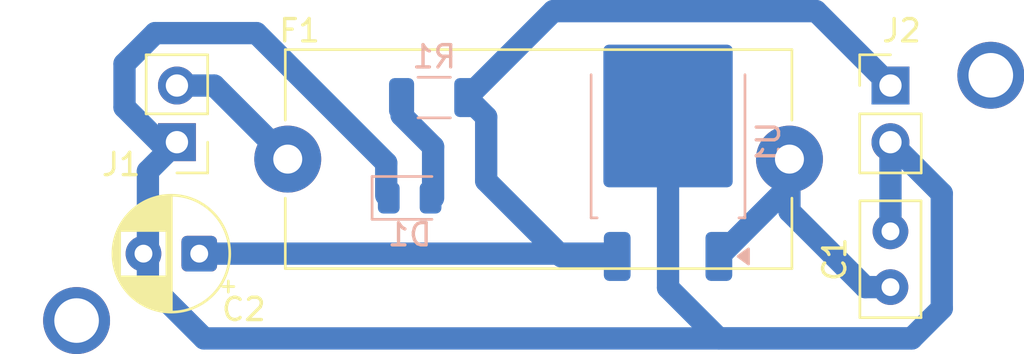
<source format=kicad_pcb>
(kicad_pcb (version 20241229) (generator "pcbnew") (generator_version "9.0")
  (layers (0 "F.Cu" signal) (2 "B.Cu" signal) (13 "F.Paste" user) (15 "B.Paste" user) (5 "F.SilkS" user "F.Silkscreen") (7 "B.SilkS" user "B.Silkscreen") (1 "F.Mask" user) (3 "B.Mask" user) (25 "Edge.Cuts" user))
  (net 0 "")
  (net 1 "Net-(U1-IN)")
  (net 2 "/GND")
  (net 3 "/OUT")
  (net 4 "Net-(D1-A)")
  (net 5 "/IN")
  (footprint "Capacitor_THT:C_Disc_D5.0mm_W2.5mm_P2.50mm" (layer "F.Cu") (at 166.5 89.5 90)
    (property "Reference" "C1" (at 1.25 -2.5 90) (layer "F.SilkS"))
    (property "Value" "0.1 uF")
    (fp_line (start 3.87 -1.37) (end 3.87 1.37) (stroke (width 0.12)) (layer "F.SilkS"))
    (fp_line (start -1.37 -1.37) (end 3.87 -1.37) (stroke (width 0.12)) (layer "F.SilkS"))
    (fp_line (start 3.87 1.37) (end -1.37 1.37) (stroke (width 0.12)) (layer "F.SilkS"))
    (fp_line (start -1.37 1.37) (end -1.37 -1.37) (stroke (width 0.12)) (layer "F.SilkS"))
    (pad "1" thru_hole circle (at 0 0 90) (size 1.6 1.6) (drill 0.8) (layers "*.Cu" "*.Mask") (net 1 "Net-(U1-IN)"))
    (pad "2" thru_hole circle (at 2.5 0 90) (size 1.6 1.6) (drill 0.8) (layers "*.Cu" "*.Mask") (net 2 "/GND"))
  )
  (footprint "Connector_PinHeader_2.54mm:PinHeader_1x02_P2.54mm_Vertical" (layer "F.Cu") (at 134.5 83 180)
    (property "Reference" "J1" (at 2.5 -1 0) (layer "F.SilkS"))
    (property "Value" "IN")
    (fp_line (start 1.38 1.27) (end 1.38 3.92) (stroke (width 0.12)) (layer "F.SilkS"))
    (fp_line (start -1.38 3.92) (end 1.38 3.92) (stroke (width 0.12)) (layer "F.SilkS"))
    (fp_line (start -1.38 1.27) (end 1.38 1.27) (stroke (width 0.12)) (layer "F.SilkS"))
    (fp_line (start -1.38 1.27) (end -1.38 3.92) (stroke (width 0.12)) (layer "F.SilkS"))
    (fp_line (start -1.38 0) (end -1.38 -1.38) (stroke (width 0.12)) (layer "F.SilkS"))
    (fp_line (start -1.38 -1.38) (end 0 -1.38) (stroke (width 0.12)) (layer "F.SilkS"))
    (pad "1" thru_hole rect (at 0 0 180) (size 1.7 1.7) (drill 1) (layers "*.Cu" "*.Mask") (net 2 "/GND"))
    (pad "2" thru_hole circle (at 0 2.54 180) (size 1.7 1.7) (drill 1) (layers "*.Cu" "*.Mask") (net 5 "/IN"))
  )
  (footprint "Connector_PinHeader_2.54mm:PinHeader_1x02_P2.54mm_Vertical" (layer "F.Cu") (at 166.5 80.46)
    (property "Reference" "J2" (at 0.5 -2.46 0) (layer "F.SilkS"))
    (property "Value" "OUT")
    (fp_line (start -1.38 -1.38) (end 0 -1.38) (stroke (width 0.12)) (layer "F.SilkS"))
    (fp_line (start -1.38 0) (end -1.38 -1.38) (stroke (width 0.12)) (layer "F.SilkS"))
    (fp_line (start -1.38 1.27) (end -1.38 3.92) (stroke (width 0.12)) (layer "F.SilkS"))
    (fp_line (start -1.38 1.27) (end 1.38 1.27) (stroke (width 0.12)) (layer "F.SilkS"))
    (fp_line (start -1.38 3.92) (end 1.38 3.92) (stroke (width 0.12)) (layer "F.SilkS"))
    (fp_line (start 1.38 1.27) (end 1.38 3.92) (stroke (width 0.12)) (layer "F.SilkS"))
    (pad "1" thru_hole rect (at 0 0) (size 1.7 1.7) (drill 1) (layers "*.Cu" "*.Mask") (net 3 "/OUT"))
    (pad "2" thru_hole circle (at 0 2.54) (size 1.7 1.7) (drill 1) (layers "*.Cu" "*.Mask") (net 2 "/GND"))
  )
  (footprint "Fuse:Fuseholder_Cylinder-5x20mm_Schurter_0031_8201_Horizontal_Open" (layer "F.Cu") (at 139.47 83.76)
    (property "Reference" "F1" (at 0.53 -5.76 0) (layer "F.SilkS"))
    (property "Value" "1.5A")
    (fp_line (start -0.11 -4.91) (end 22.61 -4.91) (stroke (width 0.12)) (layer "F.SilkS"))
    (fp_line (start -0.11 -1.75) (end -0.11 -4.91) (stroke (width 0.12)) (layer "F.SilkS"))
    (fp_line (start -0.11 4.91) (end -0.11 1.75) (stroke (width 0.12)) (layer "F.SilkS"))
    (fp_line (start -0.11 4.91) (end 22.61 4.91) (stroke (width 0.12)) (layer "F.SilkS"))
    (fp_line (start 22.61 -1.75) (end 22.61 -4.91) (stroke (width 0.12)) (layer "F.SilkS"))
    (fp_line (start 22.61 4.91) (end 22.61 1.75) (stroke (width 0.12)) (layer "F.SilkS"))
    (pad "" np_thru_hole circle (at 11.25 0) (size 2.7 2.7) (drill 2.7) (layers "*.Cu" "*.Mask"))
    (pad "1" thru_hole circle (at 0 0) (size 3 3) (drill 1.3) (layers "*.Cu" "*.Mask") (net 5 "/IN"))
    (pad "2" thru_hole circle (at 22.5 0) (size 3 3) (drill 1.3) (layers "*.Cu" "*.Mask") (net 1 "Net-(U1-IN)"))
  )
  (footprint "Capacitor_THT:CP_Radial_D5.0mm_P2.50mm" (layer "F.Cu") (at 135.5 88 180)
    (property "Reference" "C2" (at -2 -2.5 0) (layer "F.SilkS"))
    (property "Value" "100uF")
    (fp_line (start 3.85 -0.283) (end 3.85 0.283) (stroke (width 0.12)) (layer "F.SilkS"))
    (fp_line (start 3.81 -0.517) (end 3.81 0.517) (stroke (width 0.12)) (layer "F.SilkS"))
    (fp_line (start 3.77 -0.677) (end 3.77 0.677) (stroke (width 0.12)) (layer "F.SilkS"))
    (fp_line (start 3.73 -0.805) (end 3.73 0.805) (stroke (width 0.12)) (layer "F.SilkS"))
    (fp_line (start 3.69 -0.914) (end 3.69 0.914) (stroke (width 0.12)) (layer "F.SilkS"))
    (fp_line (start 3.65 -1.011) (end 3.65 1.011) (stroke (width 0.12)) (layer "F.SilkS"))
    (fp_line (start 3.61 -1.098) (end 3.61 1.098) (stroke (width 0.12)) (layer "F.SilkS"))
    (fp_line (start 3.57 -1.177) (end 3.57 1.177) (stroke (width 0.12)) (layer "F.SilkS"))
    (fp_line (start 3.53 1.04) (end 3.53 1.251) (stroke (width 0.12)) (layer "F.SilkS"))
    (fp_line (start 3.53 -1.251) (end 3.53 -1.04) (stroke (width 0.12)) (layer "F.SilkS"))
    (fp_line (start 3.49 1.04) (end 3.49 1.319) (stroke (width 0.12)) (layer "F.SilkS"))
    (fp_line (start 3.49 -1.319) (end 3.49 -1.04) (stroke (width 0.12)) (layer "F.SilkS"))
    (fp_line (start 3.45 1.04) (end 3.45 1.383) (stroke (width 0.12)) (layer "F.SilkS"))
    (fp_line (start 3.45 -1.383) (end 3.45 -1.04) (stroke (width 0.12)) (layer "F.SilkS"))
    (fp_line (start 3.41 1.04) (end 3.41 1.443) (stroke (width 0.12)) (layer "F.SilkS"))
    (fp_line (start 3.41 -1.443) (end 3.41 -1.04) (stroke (width 0.12)) (layer "F.SilkS"))
    (fp_line (start 3.37 1.04) (end 3.37 1.499) (stroke (width 0.12)) (layer "F.SilkS"))
    (fp_line (start 3.37 -1.499) (end 3.37 -1.04) (stroke (width 0.12)) (layer "F.SilkS"))
    (fp_line (start 3.33 1.04) (end 3.33 1.553) (stroke (width 0.12)) (layer "F.SilkS"))
    (fp_line (start 3.33 -1.553) (end 3.33 -1.04) (stroke (width 0.12)) (layer "F.SilkS"))
    (fp_line (start 3.29 1.04) (end 3.29 1.604) (stroke (width 0.12)) (layer "F.SilkS"))
    (fp_line (start 3.29 -1.604) (end 3.29 -1.04) (stroke (width 0.12)) (layer "F.SilkS"))
    (fp_line (start 3.25 1.04) (end 3.25 1.652) (stroke (width 0.12)) (layer "F.SilkS"))
    (fp_line (start 3.25 -1.652) (end 3.25 -1.04) (stroke (width 0.12)) (layer "F.SilkS"))
    (fp_line (start 3.21 1.04) (end 3.21 1.699) (stroke (width 0.12)) (layer "F.SilkS"))
    (fp_line (start 3.21 -1.699) (end 3.21 -1.04) (stroke (width 0.12)) (layer "F.SilkS"))
    (fp_line (start 3.17 1.04) (end 3.17 1.743) (stroke (width 0.12)) (layer "F.SilkS"))
    (fp_line (start 3.17 -1.743) (end 3.17 -1.04) (stroke (width 0.12)) (layer "F.SilkS"))
    (fp_line (start 3.13 1.04) (end 3.13 1.785) (stroke (width 0.12)) (layer "F.SilkS"))
    (fp_line (start 3.13 -1.785) (end 3.13 -1.04) (stroke (width 0.12)) (layer "F.SilkS"))
    (fp_line (start 3.09 1.04) (end 3.09 1.825) (stroke (width 0.12)) (layer "F.SilkS"))
    (fp_line (start 3.09 -1.825) (end 3.09 -1.04) (stroke (width 0.12)) (layer "F.SilkS"))
    (fp_line (start 3.05 1.04) (end 3.05 1.864) (stroke (width 0.12)) (layer "F.SilkS"))
    (fp_line (start 3.05 -1.864) (end 3.05 -1.04) (stroke (width 0.12)) (layer "F.SilkS"))
    (fp_line (start 3.01 1.04) (end 3.01 1.901) (stroke (width 0.12)) (layer "F.SilkS"))
    (fp_line (start 3.01 -1.901) (end 3.01 -1.04) (stroke (width 0.12)) (layer "F.SilkS"))
    (fp_line (start 2.97 1.04) (end 2.97 1.936) (stroke (width 0.12)) (layer "F.SilkS"))
    (fp_line (start 2.97 -1.936) (end 2.97 -1.04) (stroke (width 0.12)) (layer "F.SilkS"))
    (fp_line (start 2.93 1.04) (end 2.93 1.97) (stroke (width 0.12)) (layer "F.SilkS"))
    (fp_line (start 2.93 -1.97) (end 2.93 -1.04) (stroke (width 0.12)) (layer "F.SilkS"))
    (fp_line (start 2.89 1.04) (end 2.89 2.003) (stroke (width 0.12)) (layer "F.SilkS"))
    (fp_line (start 2.89 -2.003) (end 2.89 -1.04) (stroke (width 0.12)) (layer "F.SilkS"))
    (fp_line (start 2.85 1.04) (end 2.85 2.035) (stroke (width 0.12)) (layer "F.SilkS"))
    (fp_line (start 2.85 -2.035) (end 2.85 -1.04) (stroke (width 0.12)) (layer "F.SilkS"))
    (fp_line (start 2.81 1.04) (end 2.81 2.065) (stroke (width 0.12)) (layer "F.SilkS"))
    (fp_line (start 2.81 -2.065) (end 2.81 -1.04) (stroke (width 0.12)) (layer "F.SilkS"))
    (fp_line (start 2.77 1.04) (end 2.77 2.094) (stroke (width 0.12)) (layer "F.SilkS"))
    (fp_line (start 2.77 -2.094) (end 2.77 -1.04) (stroke (width 0.12)) (layer "F.SilkS"))
    (fp_line (start 2.73 1.04) (end 2.73 2.122) (stroke (width 0.12)) (layer "F.SilkS"))
    (fp_line (start 2.73 -2.122) (end 2.73 -1.04) (stroke (width 0.12)) (layer "F.SilkS"))
    (fp_line (start 2.69 1.04) (end 2.69 2.149) (stroke (width 0.12)) (layer "F.SilkS"))
    (fp_line (start 2.69 -2.149) (end 2.69 -1.04) (stroke (width 0.12)) (layer "F.SilkS"))
    (fp_line (start 2.65 1.04) (end 2.65 2.175) (stroke (width 0.12)) (layer "F.SilkS"))
    (fp_line (start 2.65 -2.175) (end 2.65 -1.04) (stroke (width 0.12)) (layer "F.SilkS"))
    (fp_line (start 2.61 1.04) (end 2.61 2.199) (stroke (width 0.12)) (layer "F.SilkS"))
    (fp_line (start 2.61 -2.199) (end 2.61 -1.04) (stroke (width 0.12)) (layer "F.SilkS"))
    (fp_line (start 2.57 1.04) (end 2.57 2.223) (stroke (width 0.12)) (layer "F.SilkS"))
    (fp_line (start 2.57 -2.223) (end 2.57 -1.04) (stroke (width 0.12)) (layer "F.SilkS"))
    (fp_line (start 2.53 1.04) (end 2.53 2.246) (stroke (width 0.12)) (layer "F.SilkS"))
    (fp_line (start 2.53 -2.246) (end 2.53 -1.04) (stroke (width 0.12)) (layer "F.SilkS"))
    (fp_line (start 2.49 1.04) (end 2.49 2.268) (stroke (width 0.12)) (layer "F.SilkS"))
    (fp_line (start 2.49 -2.268) (end 2.49 -1.04) (stroke (width 0.12)) (layer "F.SilkS"))
    (fp_line (start 2.45 1.04) (end 2.45 2.289) (stroke (width 0.12)) (layer "F.SilkS"))
    (fp_line (start 2.45 -2.289) (end 2.45 -1.04) (stroke (width 0.12)) (layer "F.SilkS"))
    (fp_line (start 2.41 1.04) (end 2.41 2.309) (stroke (width 0.12)) (layer "F.SilkS"))
    (fp_line (start 2.41 -2.309) (end 2.41 -1.04) (stroke (width 0.12)) (layer "F.SilkS"))
    (fp_line (start 2.37 1.04) (end 2.37 2.329) (stroke (width 0.12)) (layer "F.SilkS"))
    (fp_line (start 2.37 -2.329) (end 2.37 -1.04) (stroke (width 0.12)) (layer "F.SilkS"))
    (fp_line (start 2.33 1.04) (end 2.33 2.347) (stroke (width 0.12)) (layer "F.SilkS"))
    (fp_line (start 2.33 -2.347) (end 2.33 -1.04) (stroke (width 0.12)) (layer "F.SilkS"))
    (fp_line (start 2.29 1.04) (end 2.29 2.365) (stroke (width 0.12)) (layer "F.SilkS"))
    (fp_line (start 2.29 -2.365) (end 2.29 -1.04) (stroke (width 0.12)) (layer "F.SilkS"))
    (fp_line (start 2.25 1.04) (end 2.25 2.382) (stroke (width 0.12)) (layer "F.SilkS"))
    (fp_line (start 2.25 -2.382) (end 2.25 -1.04) (stroke (width 0.12)) (layer "F.SilkS"))
    (fp_line (start 2.21 1.04) (end 2.21 2.398) (stroke (width 0.12)) (layer "F.SilkS"))
    (fp_line (start 2.21 -2.398) (end 2.21 -1.04) (stroke (width 0.12)) (layer "F.SilkS"))
    (fp_line (start 2.17 1.04) (end 2.17 2.413) (stroke (width 0.12)) (layer "F.SilkS"))
    (fp_line (start 2.17 -2.413) (end 2.17 -1.04) (stroke (width 0.12)) (layer "F.SilkS"))
    (fp_line (start 2.13 1.04) (end 2.13 2.428) (stroke (width 0.12)) (layer "F.SilkS"))
    (fp_line (start 2.13 -2.428) (end 2.13 -1.04) (stroke (width 0.12)) (layer "F.SilkS"))
    (fp_line (start 2.09 1.04) (end 2.09 2.442) (stroke (width 0.12)) (layer "F.SilkS"))
    (fp_line (start 2.09 -2.442) (end 2.09 -1.04) (stroke (width 0.12)) (layer "F.SilkS"))
    (fp_line (start 2.05 1.04) (end 2.05 2.455) (stroke (width 0.12)) (layer "F.SilkS"))
    (fp_line (start 2.05 -2.455) (end 2.05 -1.04) (stroke (width 0.12)) (layer "F.SilkS"))
    (fp_line (start 2.01 1.04) (end 2.01 2.467) (stroke (width 0.12)) (layer "F.SilkS"))
    (fp_line (start 2.01 -2.467) (end 2.01 -1.04) (stroke (width 0.12)) (layer "F.SilkS"))
    (fp_line (start 1.97 1.04) (end 1.97 2.479) (stroke (width 0.12)) (layer "F.SilkS"))
    (fp_line (start 1.97 -2.479) (end 1.97 -1.04) (stroke (width 0.12)) (layer "F.SilkS"))
    (fp_line (start 1.93 1.04) (end 1.93 2.49) (stroke (width 0.12)) (layer "F.SilkS"))
    (fp_line (start 1.93 -2.49) (end 1.93 -1.04) (stroke (width 0.12)) (layer "F.SilkS"))
    (fp_line (start 1.89 1.04) (end 1.89 2.501) (stroke (width 0.12)) (layer "F.SilkS"))
    (fp_line (start 1.89 -2.501) (end 1.89 -1.04) (stroke (width 0.12)) (layer "F.SilkS"))
    (fp_line (start 1.85 1.04) (end 1.85 2.51) (stroke (width 0.12)) (layer "F.SilkS"))
    (fp_line (start 1.85 -2.51) (end 1.85 -1.04) (stroke (width 0.12)) (layer "F.SilkS"))
    (fp_line (start 1.81 1.04) (end 1.81 2.519) (stroke (width 0.12)) (layer "F.SilkS"))
    (fp_line (start 1.81 -2.519) (end 1.81 -1.04) (stroke (width 0.12)) (layer "F.SilkS"))
    (fp_line (start 1.77 1.04) (end 1.77 2.528) (stroke (width 0.12)) (layer "F.SilkS"))
    (fp_line (start 1.77 -2.528) (end 1.77 -1.04) (stroke (width 0.12)) (layer "F.SilkS"))
    (fp_line (start 1.73 1.04) (end 1.73 2.536) (stroke (width 0.12)) (layer "F.SilkS"))
    (fp_line (start 1.73 -2.536) (end 1.73 -1.04) (stroke (width 0.12)) (layer "F.SilkS"))
    (fp_line (start 1.69 1.04) (end 1.69 2.543) (stroke (width 0.12)) (layer "F.SilkS"))
    (fp_line (start 1.69 -2.543) (end 1.69 -1.04) (stroke (width 0.12)) (layer "F.SilkS"))
    (fp_line (start 1.65 1.04) (end 1.65 2.549) (stroke (width 0.12)) (layer "F.SilkS"))
    (fp_line (start 1.65 -2.549) (end 1.65 -1.04) (stroke (width 0.12)) (layer "F.SilkS"))
    (fp_line (start 1.61 1.04) (end 1.61 2.555) (stroke (width 0.12)) (layer "F.SilkS"))
    (fp_line (start 1.61 -2.555) (end 1.61 -1.04) (stroke (width 0.12)) (layer "F.SilkS"))
    (fp_line (start 1.57 1.04) (end 1.57 2.56) (stroke (width 0.12)) (layer "F.SilkS"))
    (fp_line (start 1.57 -2.56) (end 1.57 -1.04) (stroke (width 0.12)) (layer "F.SilkS"))
    (fp_line (start 1.53 1.04) (end 1.53 2.565) (stroke (width 0.12)) (layer "F.SilkS"))
    (fp_line (start 1.53 -2.565) (end 1.53 -1.04) (stroke (width 0.12)) (layer "F.SilkS"))
    (fp_line (start 1.49 1.04) (end 1.49 2.569) (stroke (width 0.12)) (layer "F.SilkS"))
    (fp_line (start 1.49 -2.569) (end 1.49 -1.04) (stroke (width 0.12)) (layer "F.SilkS"))
    (fp_line (start 1.45 -2.572) (end 1.45 2.572) (stroke (width 0.12)) (layer "F.SilkS"))
    (fp_line (start 1.41 -2.575) (end 1.41 2.575) (stroke (width 0.12)) (layer "F.SilkS"))
    (fp_line (start 1.37 -2.577) (end 1.37 2.577) (stroke (width 0.12)) (layer "F.SilkS"))
    (fp_line (start 1.33 -2.579) (end 1.33 2.579) (stroke (width 0.12)) (layer "F.SilkS"))
    (fp_line (start 1.29 -2.58) (end 1.29 2.58) (stroke (width 0.12)) (layer "F.SilkS"))
    (fp_line (start 1.25 -2.58) (end 1.25 2.58) (stroke (width 0.12)) (layer "F.SilkS"))
    (fp_line (start -1.304775 -1.725) (end -1.304775 -1.225) (stroke (width 0.12)) (layer "F.SilkS"))
    (fp_line (start -1.554775 -1.475) (end -1.054775 -1.475) (stroke (width 0.12)) (layer "F.SilkS"))
    (fp_circle (center 1.25 0) (end 3.87 0) (stroke (width 0.12)) (fill no) (layer "F.SilkS"))
    (pad "1" thru_hole roundrect (at 0 0 180) (size 1.6 1.6) (drill 0.8) (layers "*.Cu" "*.Mask") (roundrect_rratio 0.15625) (net 3 "/OUT"))
    (pad "2" thru_hole circle (at 2.5 0 180) (size 1.6 1.6) (drill 0.8) (layers "*.Cu" "*.Mask") (net 2 "/GND"))
  )
  (footprint "Resistor_SMD:R_1206_3216Metric" (layer "B.Cu") (at 146.0375 81 180)
    (property "Reference" "R1" (at 0 1.83 0) (layer "B.SilkS") (effects (justify mirror)))
    (property "Value" "680")
    (fp_line (start -0.727064 0.91) (end 0.727064 0.91) (stroke (width 0.12)) (layer "B.SilkS"))
    (fp_line (start -0.727064 -0.91) (end 0.727064 -0.91) (stroke (width 0.12)) (layer "B.SilkS"))
    (pad "1" smd roundrect (at -1.4625 0 180) (size 1.125 1.75) (layers "B.Cu" "B.Mask" "B.Paste") (roundrect_rratio 0.222222) (net 3 "/OUT"))
    (pad "2" smd roundrect (at 1.4625 0 180) (size 1.125 1.75) (layers "B.Cu" "B.Mask" "B.Paste") (roundrect_rratio 0.222222) (net 4 "Net-(D1-A)"))
  )
  (footprint "LED_SMD:LED_0805_2012Metric" (layer "B.Cu") (at 144.9375 85.5)
    (property "Reference" "D1" (at 0 1.65 0) (layer "B.SilkS") (effects (justify mirror)))
    (property "Value" "LED_ROJO")
    (fp_line (start -1.685 -0.96) (end 1 -0.96) (stroke (width 0.12)) (layer "B.SilkS"))
    (fp_line (start -1.685 0.96) (end -1.685 -0.96) (stroke (width 0.12)) (layer "B.SilkS"))
    (fp_line (start 1 0.96) (end -1.685 0.96) (stroke (width 0.12)) (layer "B.SilkS"))
    (pad "1" smd roundrect (at -0.9375 0) (size 0.975 1.4) (layers "B.Cu" "B.Mask" "B.Paste") (net 2 "/GND"))
    (pad "2" smd roundrect (at 0.9375 0) (size 0.975 1.4) (layers "B.Cu" "B.Mask" "B.Paste") (net 4 "Net-(D1-A)"))
  )
  (footprint "Package_TO_SOT_SMD:TO-252-2" (layer "B.Cu") (at 156.525 83.085 90)
    (property "Reference" "U1" (at 0 4.5 90) (layer "B.SilkS") (effects (justify mirror)))
    (property "Value" "L7805")
    (fp_line (start 3.11 -3.45) (end -3.31 -3.45) (stroke (width 0.12)) (layer "B.SilkS"))
    (fp_line (start -3.31 -3.45) (end -3.31 -3.18) (stroke (width 0.12)) (layer "B.SilkS"))
    (fp_line (start 3.11 3.45) (end -3.31 3.45) (stroke (width 0.12)) (layer "B.SilkS"))
    (fp_line (start -3.31 3.45) (end -3.31 3.18) (stroke (width 0.12)) (layer "B.SilkS"))
    (fp_poly (pts (xy -5.04 3.14) (xy -5.38 3.61) (xy -4.7 3.61)) (stroke (width 0.12)) (fill yes) (layer "B.SilkS"))
    (pad "1" smd roundrect (at -5.04 2.28 90) (size 2.2 1.2) (layers "B.Cu" "B.Mask" "B.Paste") (roundrect_rratio 0.208333) (net 1 "Net-(U1-IN)"))
    (pad "2" smd roundrect (at 1.26 0 90) (size 6.4 5.8) (layers "B.Cu" "B.Mask") (roundrect_rratio 0.043103) (net 2 "/GND"))
    (pad "3" smd roundrect (at -5.04 -2.28 90) (size 2.2 1.2) (layers "B.Cu" "B.Mask" "B.Paste") (roundrect_rratio 0.208333) (net 3 "/OUT"))
  )
  (via (at 171 80) (size 3) (drill 2) (layers "F.Cu" "B.Cu") (net 0))
  (via (at 130 91) (size 3) (drill 2) (layers "F.Cu" "B.Cu") (net 0))
  (segment (start 161.97 86.10137) (end 165.36863 89.5) (width 1) (layer "B.Cu") (net 1))
  (segment (start 165.36863 89.5) (end 166.5 89.5) (width 1) (layer "B.Cu") (net 1))
  (segment (start 161.97 84.96) (end 161.97 83.76) (width 1) (layer "B.Cu") (net 1))
  (segment (start 161.97 83.76) (end 161.97 86.10137) (width 1) (layer "B.Cu") (net 1))
  (segment (start 158.805 88.125) (end 161.97 84.96) (width 1) (layer "B.Cu") (net 1))
  (segment (start 133.199 89.282214) (end 133.199 84.301) (width 1) (layer "B.Cu") (net 2))
  (segment (start 167.453106 91.801) (end 168.801 90.453106) (width 1) (layer "B.Cu") (net 2))
  (segment (start 168.801 85.301) (end 166.5 83) (width 1) (layer "B.Cu") (net 2))
  (segment (start 135.717786 91.801) (end 133.199 89.282214) (width 1) (layer "B.Cu") (net 2))
  (segment (start 132.149 81.433817) (end 132.149 79.486183) (width 1) (layer "B.Cu") (net 2))
  (segment (start 168.801 90.453106) (end 168.801 85.301) (width 1) (layer "B.Cu") (net 2))
  (segment (start 158.797786 91.801) (end 167.453106 91.801) (width 1) (layer "B.Cu") (net 2))
  (segment (start 138.063055 78.109) (end 143.8865 83.932445) (width 1) (layer "B.Cu") (net 2))
  (segment (start 134.5 83) (end 133.715183 83) (width 1) (layer "B.Cu") (net 2))
  (segment (start 156.525 81.825) (end 156.525 89.528214) (width 1) (layer "B.Cu") (net 2))
  (segment (start 167.453106 91.801) (end 135.717786 91.801) (width 1) (layer "B.Cu") (net 2))
  (segment (start 156.525 89.528214) (end 158.797786 91.801) (width 1) (layer "B.Cu") (net 2))
  (segment (start 166.5 83) (end 166.5 87) (width 1) (layer "B.Cu") (net 2))
  (segment (start 133.199 84.301) (end 134.5 83) (width 1) (layer "B.Cu") (net 2))
  (segment (start 133.526183 78.109) (end 138.063055 78.109) (width 1) (layer "B.Cu") (net 2))
  (segment (start 133.715183 83) (end 132.149 81.433817) (width 1) (layer "B.Cu") (net 2))
  (segment (start 132.149 79.486183) (end 133.526183 78.109) (width 1) (layer "B.Cu") (net 2))
  (segment (start 143.8865 83.932445) (end 143.8865 85.3865) (width 1) (layer "B.Cu") (net 2))
  (segment (start 148.369 81.869) (end 148.369 84.733816) (width 1) (layer "B.Cu") (net 3))
  (segment (start 148.369 84.733816) (end 151.760184 88.125) (width 1) (layer "B.Cu") (net 3))
  (segment (start 147.5 81) (end 148.369 81.869) (width 1) (layer "B.Cu") (net 3))
  (segment (start 135.5 88) (end 154.12 88) (width 1) (layer "B.Cu") (net 3))
  (segment (start 147.5 81) (end 151.376 77.124) (width 1) (layer "B.Cu") (net 3))
  (segment (start 154.12 88) (end 154.245 88.125) (width 1) (layer "B.Cu") (net 3))
  (segment (start 151.760184 88.125) (end 154.245 88.125) (width 1) (layer "B.Cu") (net 3))
  (segment (start 151.376 77.124) (end 163.164 77.124) (width 1) (layer "B.Cu") (net 3))
  (segment (start 163.164 77.124) (end 166.5 80.46) (width 1) (layer "B.Cu") (net 3))
  (segment (start 144.575 81.791103) (end 145.9885 83.204603) (width 1) (layer "B.Cu") (net 4))
  (segment (start 144.575 81) (end 144.575 81.791103) (width 1) (layer "B.Cu") (net 4))
  (segment (start 145.9885 83.204603) (end 145.9885 85.5) (width 1) (layer "B.Cu") (net 4))
  (segment (start 134.5 80.46) (end 136.17 80.46) (width 1) (layer "B.Cu") (net 5))
  (segment (start 136.17 80.46) (end 139.47 83.76) (width 1) (layer "B.Cu") (net 5))
)
</source>
